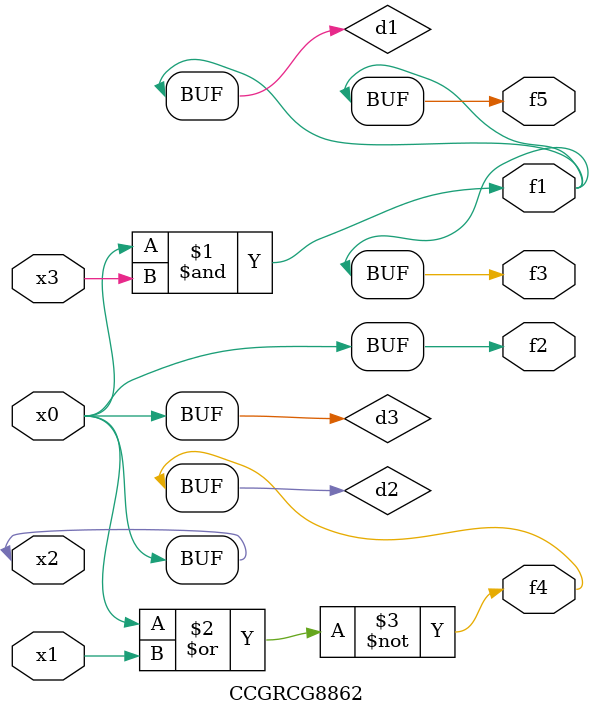
<source format=v>
module CCGRCG8862(
	input x0, x1, x2, x3,
	output f1, f2, f3, f4, f5
);

	wire d1, d2, d3;

	and (d1, x2, x3);
	nor (d2, x0, x1);
	buf (d3, x0, x2);
	assign f1 = d1;
	assign f2 = d3;
	assign f3 = d1;
	assign f4 = d2;
	assign f5 = d1;
endmodule

</source>
